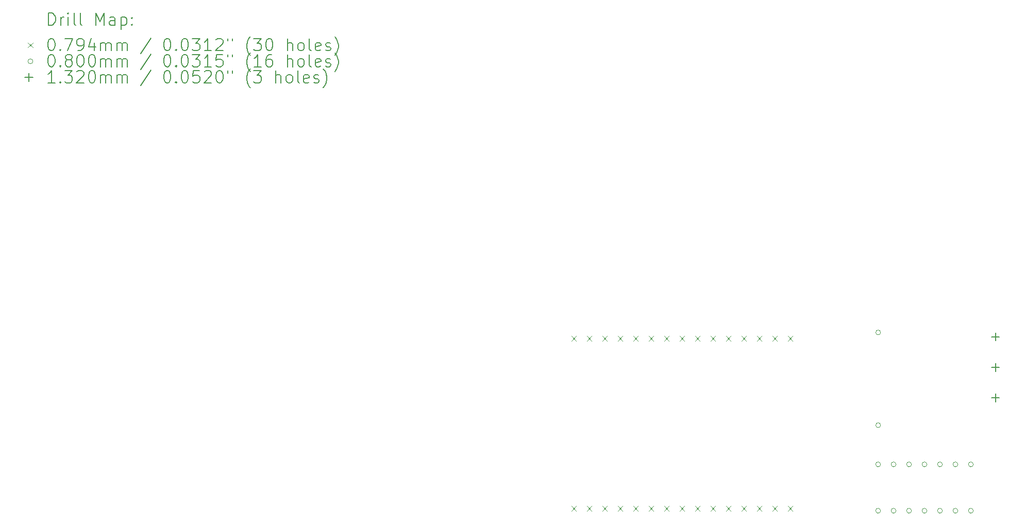
<source format=gbr>
%TF.GenerationSoftware,KiCad,Pcbnew,(6.0.10)*%
%TF.CreationDate,2023-01-27T14:06:15-06:00*%
%TF.ProjectId,H2O-Esquem_tico_JDver2-KiCad,48324f2d-4573-4717-9565-6de17469636f,rev?*%
%TF.SameCoordinates,Original*%
%TF.FileFunction,Drillmap*%
%TF.FilePolarity,Positive*%
%FSLAX45Y45*%
G04 Gerber Fmt 4.5, Leading zero omitted, Abs format (unit mm)*
G04 Created by KiCad (PCBNEW (6.0.10)) date 2023-01-27 14:06:15*
%MOMM*%
%LPD*%
G01*
G04 APERTURE LIST*
%ADD10C,0.200000*%
%ADD11C,0.079375*%
%ADD12C,0.080000*%
%ADD13C,0.132000*%
G04 APERTURE END LIST*
D10*
D11*
X8850313Y-5421313D02*
X8929688Y-5500688D01*
X8929688Y-5421313D02*
X8850313Y-5500688D01*
X8850313Y-8215312D02*
X8929688Y-8294687D01*
X8929688Y-8215312D02*
X8850313Y-8294687D01*
X9104313Y-5421313D02*
X9183688Y-5500688D01*
X9183688Y-5421313D02*
X9104313Y-5500688D01*
X9104313Y-8215312D02*
X9183688Y-8294687D01*
X9183688Y-8215312D02*
X9104313Y-8294687D01*
X9358313Y-5421313D02*
X9437688Y-5500688D01*
X9437688Y-5421313D02*
X9358313Y-5500688D01*
X9358313Y-8215312D02*
X9437688Y-8294687D01*
X9437688Y-8215312D02*
X9358313Y-8294687D01*
X9612313Y-5421313D02*
X9691688Y-5500688D01*
X9691688Y-5421313D02*
X9612313Y-5500688D01*
X9612313Y-8215312D02*
X9691688Y-8294687D01*
X9691688Y-8215312D02*
X9612313Y-8294687D01*
X9866313Y-5421313D02*
X9945688Y-5500688D01*
X9945688Y-5421313D02*
X9866313Y-5500688D01*
X9866313Y-8215312D02*
X9945688Y-8294687D01*
X9945688Y-8215312D02*
X9866313Y-8294687D01*
X10120313Y-5421313D02*
X10199688Y-5500688D01*
X10199688Y-5421313D02*
X10120313Y-5500688D01*
X10120313Y-8215312D02*
X10199688Y-8294687D01*
X10199688Y-8215312D02*
X10120313Y-8294687D01*
X10374313Y-5421313D02*
X10453688Y-5500688D01*
X10453688Y-5421313D02*
X10374313Y-5500688D01*
X10374313Y-8215312D02*
X10453688Y-8294687D01*
X10453688Y-8215312D02*
X10374313Y-8294687D01*
X10628313Y-5421313D02*
X10707688Y-5500688D01*
X10707688Y-5421313D02*
X10628313Y-5500688D01*
X10628313Y-8215312D02*
X10707688Y-8294687D01*
X10707688Y-8215312D02*
X10628313Y-8294687D01*
X10882313Y-5421313D02*
X10961688Y-5500688D01*
X10961688Y-5421313D02*
X10882313Y-5500688D01*
X10882313Y-8215312D02*
X10961688Y-8294687D01*
X10961688Y-8215312D02*
X10882313Y-8294687D01*
X11136313Y-5421313D02*
X11215687Y-5500688D01*
X11215687Y-5421313D02*
X11136313Y-5500688D01*
X11136313Y-8215312D02*
X11215687Y-8294687D01*
X11215687Y-8215312D02*
X11136313Y-8294687D01*
X11390312Y-5421313D02*
X11469687Y-5500688D01*
X11469687Y-5421313D02*
X11390312Y-5500688D01*
X11390312Y-8215312D02*
X11469687Y-8294687D01*
X11469687Y-8215312D02*
X11390312Y-8294687D01*
X11644312Y-5421313D02*
X11723687Y-5500688D01*
X11723687Y-5421313D02*
X11644312Y-5500688D01*
X11644312Y-8215312D02*
X11723687Y-8294687D01*
X11723687Y-8215312D02*
X11644312Y-8294687D01*
X11898312Y-5421313D02*
X11977687Y-5500688D01*
X11977687Y-5421313D02*
X11898312Y-5500688D01*
X11898312Y-8215312D02*
X11977687Y-8294687D01*
X11977687Y-8215312D02*
X11898312Y-8294687D01*
X12152312Y-5421313D02*
X12231687Y-5500688D01*
X12231687Y-5421313D02*
X12152312Y-5500688D01*
X12152312Y-8215312D02*
X12231687Y-8294687D01*
X12231687Y-8215312D02*
X12152312Y-8294687D01*
X12406312Y-5421313D02*
X12485687Y-5500688D01*
X12485687Y-5421313D02*
X12406312Y-5500688D01*
X12406312Y-8215312D02*
X12485687Y-8294687D01*
X12485687Y-8215312D02*
X12406312Y-8294687D01*
D12*
X13927000Y-7530000D02*
G75*
G03*
X13927000Y-7530000I-40000J0D01*
G01*
X13927000Y-8292000D02*
G75*
G03*
X13927000Y-8292000I-40000J0D01*
G01*
X13927500Y-5362000D02*
G75*
G03*
X13927500Y-5362000I-40000J0D01*
G01*
X13927500Y-6886000D02*
G75*
G03*
X13927500Y-6886000I-40000J0D01*
G01*
X14181000Y-7530000D02*
G75*
G03*
X14181000Y-7530000I-40000J0D01*
G01*
X14181000Y-8292000D02*
G75*
G03*
X14181000Y-8292000I-40000J0D01*
G01*
X14435000Y-7530000D02*
G75*
G03*
X14435000Y-7530000I-40000J0D01*
G01*
X14435000Y-8292000D02*
G75*
G03*
X14435000Y-8292000I-40000J0D01*
G01*
X14689000Y-7530000D02*
G75*
G03*
X14689000Y-7530000I-40000J0D01*
G01*
X14689000Y-8292000D02*
G75*
G03*
X14689000Y-8292000I-40000J0D01*
G01*
X14943000Y-7530000D02*
G75*
G03*
X14943000Y-7530000I-40000J0D01*
G01*
X14943000Y-8292000D02*
G75*
G03*
X14943000Y-8292000I-40000J0D01*
G01*
X15197000Y-7530000D02*
G75*
G03*
X15197000Y-7530000I-40000J0D01*
G01*
X15197000Y-8292000D02*
G75*
G03*
X15197000Y-8292000I-40000J0D01*
G01*
X15451000Y-7530000D02*
G75*
G03*
X15451000Y-7530000I-40000J0D01*
G01*
X15451000Y-8292000D02*
G75*
G03*
X15451000Y-8292000I-40000J0D01*
G01*
D13*
X15815500Y-5366000D02*
X15815500Y-5498000D01*
X15749500Y-5432000D02*
X15881500Y-5432000D01*
X15815500Y-5866000D02*
X15815500Y-5998000D01*
X15749500Y-5932000D02*
X15881500Y-5932000D01*
X15815500Y-6366000D02*
X15815500Y-6498000D01*
X15749500Y-6432000D02*
X15881500Y-6432000D01*
D10*
X257619Y-310476D02*
X257619Y-110476D01*
X305238Y-110476D01*
X333810Y-120000D01*
X352857Y-139048D01*
X362381Y-158095D01*
X371905Y-196190D01*
X371905Y-224762D01*
X362381Y-262857D01*
X352857Y-281905D01*
X333810Y-300952D01*
X305238Y-310476D01*
X257619Y-310476D01*
X457619Y-310476D02*
X457619Y-177143D01*
X457619Y-215238D02*
X467143Y-196190D01*
X476667Y-186667D01*
X495714Y-177143D01*
X514762Y-177143D01*
X581429Y-310476D02*
X581429Y-177143D01*
X581429Y-110476D02*
X571905Y-120000D01*
X581429Y-129524D01*
X590952Y-120000D01*
X581429Y-110476D01*
X581429Y-129524D01*
X705238Y-310476D02*
X686190Y-300952D01*
X676667Y-281905D01*
X676667Y-110476D01*
X810000Y-310476D02*
X790952Y-300952D01*
X781428Y-281905D01*
X781428Y-110476D01*
X1038571Y-310476D02*
X1038571Y-110476D01*
X1105238Y-253333D01*
X1171905Y-110476D01*
X1171905Y-310476D01*
X1352857Y-310476D02*
X1352857Y-205714D01*
X1343333Y-186667D01*
X1324286Y-177143D01*
X1286190Y-177143D01*
X1267143Y-186667D01*
X1352857Y-300952D02*
X1333810Y-310476D01*
X1286190Y-310476D01*
X1267143Y-300952D01*
X1257619Y-281905D01*
X1257619Y-262857D01*
X1267143Y-243809D01*
X1286190Y-234286D01*
X1333810Y-234286D01*
X1352857Y-224762D01*
X1448095Y-177143D02*
X1448095Y-377143D01*
X1448095Y-186667D02*
X1467143Y-177143D01*
X1505238Y-177143D01*
X1524286Y-186667D01*
X1533809Y-196190D01*
X1543333Y-215238D01*
X1543333Y-272381D01*
X1533809Y-291429D01*
X1524286Y-300952D01*
X1505238Y-310476D01*
X1467143Y-310476D01*
X1448095Y-300952D01*
X1629048Y-291429D02*
X1638571Y-300952D01*
X1629048Y-310476D01*
X1619524Y-300952D01*
X1629048Y-291429D01*
X1629048Y-310476D01*
X1629048Y-186667D02*
X1638571Y-196190D01*
X1629048Y-205714D01*
X1619524Y-196190D01*
X1629048Y-186667D01*
X1629048Y-205714D01*
D11*
X-79375Y-600313D02*
X0Y-679688D01*
X0Y-600313D02*
X-79375Y-679688D01*
D10*
X295714Y-530476D02*
X314762Y-530476D01*
X333810Y-540000D01*
X343333Y-549524D01*
X352857Y-568571D01*
X362381Y-606667D01*
X362381Y-654286D01*
X352857Y-692381D01*
X343333Y-711428D01*
X333810Y-720952D01*
X314762Y-730476D01*
X295714Y-730476D01*
X276667Y-720952D01*
X267143Y-711428D01*
X257619Y-692381D01*
X248095Y-654286D01*
X248095Y-606667D01*
X257619Y-568571D01*
X267143Y-549524D01*
X276667Y-540000D01*
X295714Y-530476D01*
X448095Y-711428D02*
X457619Y-720952D01*
X448095Y-730476D01*
X438571Y-720952D01*
X448095Y-711428D01*
X448095Y-730476D01*
X524286Y-530476D02*
X657619Y-530476D01*
X571905Y-730476D01*
X743333Y-730476D02*
X781428Y-730476D01*
X800476Y-720952D01*
X810000Y-711428D01*
X829048Y-682857D01*
X838571Y-644762D01*
X838571Y-568571D01*
X829048Y-549524D01*
X819524Y-540000D01*
X800476Y-530476D01*
X762381Y-530476D01*
X743333Y-540000D01*
X733809Y-549524D01*
X724286Y-568571D01*
X724286Y-616190D01*
X733809Y-635238D01*
X743333Y-644762D01*
X762381Y-654286D01*
X800476Y-654286D01*
X819524Y-644762D01*
X829048Y-635238D01*
X838571Y-616190D01*
X1010000Y-597143D02*
X1010000Y-730476D01*
X962381Y-520952D02*
X914762Y-663810D01*
X1038571Y-663810D01*
X1114762Y-730476D02*
X1114762Y-597143D01*
X1114762Y-616190D02*
X1124286Y-606667D01*
X1143333Y-597143D01*
X1171905Y-597143D01*
X1190952Y-606667D01*
X1200476Y-625714D01*
X1200476Y-730476D01*
X1200476Y-625714D02*
X1210000Y-606667D01*
X1229048Y-597143D01*
X1257619Y-597143D01*
X1276667Y-606667D01*
X1286190Y-625714D01*
X1286190Y-730476D01*
X1381429Y-730476D02*
X1381429Y-597143D01*
X1381429Y-616190D02*
X1390952Y-606667D01*
X1410000Y-597143D01*
X1438571Y-597143D01*
X1457619Y-606667D01*
X1467143Y-625714D01*
X1467143Y-730476D01*
X1467143Y-625714D02*
X1476667Y-606667D01*
X1495714Y-597143D01*
X1524286Y-597143D01*
X1543333Y-606667D01*
X1552857Y-625714D01*
X1552857Y-730476D01*
X1943333Y-520952D02*
X1771905Y-778095D01*
X2200476Y-530476D02*
X2219524Y-530476D01*
X2238571Y-540000D01*
X2248095Y-549524D01*
X2257619Y-568571D01*
X2267143Y-606667D01*
X2267143Y-654286D01*
X2257619Y-692381D01*
X2248095Y-711428D01*
X2238571Y-720952D01*
X2219524Y-730476D01*
X2200476Y-730476D01*
X2181429Y-720952D01*
X2171905Y-711428D01*
X2162381Y-692381D01*
X2152857Y-654286D01*
X2152857Y-606667D01*
X2162381Y-568571D01*
X2171905Y-549524D01*
X2181429Y-540000D01*
X2200476Y-530476D01*
X2352857Y-711428D02*
X2362381Y-720952D01*
X2352857Y-730476D01*
X2343333Y-720952D01*
X2352857Y-711428D01*
X2352857Y-730476D01*
X2486190Y-530476D02*
X2505238Y-530476D01*
X2524286Y-540000D01*
X2533810Y-549524D01*
X2543333Y-568571D01*
X2552857Y-606667D01*
X2552857Y-654286D01*
X2543333Y-692381D01*
X2533810Y-711428D01*
X2524286Y-720952D01*
X2505238Y-730476D01*
X2486190Y-730476D01*
X2467143Y-720952D01*
X2457619Y-711428D01*
X2448095Y-692381D01*
X2438571Y-654286D01*
X2438571Y-606667D01*
X2448095Y-568571D01*
X2457619Y-549524D01*
X2467143Y-540000D01*
X2486190Y-530476D01*
X2619524Y-530476D02*
X2743333Y-530476D01*
X2676667Y-606667D01*
X2705238Y-606667D01*
X2724286Y-616190D01*
X2733810Y-625714D01*
X2743333Y-644762D01*
X2743333Y-692381D01*
X2733810Y-711428D01*
X2724286Y-720952D01*
X2705238Y-730476D01*
X2648095Y-730476D01*
X2629048Y-720952D01*
X2619524Y-711428D01*
X2933809Y-730476D02*
X2819524Y-730476D01*
X2876667Y-730476D02*
X2876667Y-530476D01*
X2857619Y-559048D01*
X2838571Y-578095D01*
X2819524Y-587619D01*
X3010000Y-549524D02*
X3019524Y-540000D01*
X3038571Y-530476D01*
X3086190Y-530476D01*
X3105238Y-540000D01*
X3114762Y-549524D01*
X3124286Y-568571D01*
X3124286Y-587619D01*
X3114762Y-616190D01*
X3000476Y-730476D01*
X3124286Y-730476D01*
X3200476Y-530476D02*
X3200476Y-568571D01*
X3276667Y-530476D02*
X3276667Y-568571D01*
X3571905Y-806667D02*
X3562381Y-797143D01*
X3543333Y-768571D01*
X3533809Y-749524D01*
X3524286Y-720952D01*
X3514762Y-673333D01*
X3514762Y-635238D01*
X3524286Y-587619D01*
X3533809Y-559048D01*
X3543333Y-540000D01*
X3562381Y-511428D01*
X3571905Y-501905D01*
X3629048Y-530476D02*
X3752857Y-530476D01*
X3686190Y-606667D01*
X3714762Y-606667D01*
X3733809Y-616190D01*
X3743333Y-625714D01*
X3752857Y-644762D01*
X3752857Y-692381D01*
X3743333Y-711428D01*
X3733809Y-720952D01*
X3714762Y-730476D01*
X3657619Y-730476D01*
X3638571Y-720952D01*
X3629048Y-711428D01*
X3876667Y-530476D02*
X3895714Y-530476D01*
X3914762Y-540000D01*
X3924286Y-549524D01*
X3933809Y-568571D01*
X3943333Y-606667D01*
X3943333Y-654286D01*
X3933809Y-692381D01*
X3924286Y-711428D01*
X3914762Y-720952D01*
X3895714Y-730476D01*
X3876667Y-730476D01*
X3857619Y-720952D01*
X3848095Y-711428D01*
X3838571Y-692381D01*
X3829048Y-654286D01*
X3829048Y-606667D01*
X3838571Y-568571D01*
X3848095Y-549524D01*
X3857619Y-540000D01*
X3876667Y-530476D01*
X4181428Y-730476D02*
X4181428Y-530476D01*
X4267143Y-730476D02*
X4267143Y-625714D01*
X4257619Y-606667D01*
X4238571Y-597143D01*
X4210000Y-597143D01*
X4190952Y-606667D01*
X4181428Y-616190D01*
X4390952Y-730476D02*
X4371905Y-720952D01*
X4362381Y-711428D01*
X4352857Y-692381D01*
X4352857Y-635238D01*
X4362381Y-616190D01*
X4371905Y-606667D01*
X4390952Y-597143D01*
X4419524Y-597143D01*
X4438571Y-606667D01*
X4448095Y-616190D01*
X4457619Y-635238D01*
X4457619Y-692381D01*
X4448095Y-711428D01*
X4438571Y-720952D01*
X4419524Y-730476D01*
X4390952Y-730476D01*
X4571905Y-730476D02*
X4552857Y-720952D01*
X4543333Y-701905D01*
X4543333Y-530476D01*
X4724286Y-720952D02*
X4705238Y-730476D01*
X4667143Y-730476D01*
X4648095Y-720952D01*
X4638571Y-701905D01*
X4638571Y-625714D01*
X4648095Y-606667D01*
X4667143Y-597143D01*
X4705238Y-597143D01*
X4724286Y-606667D01*
X4733810Y-625714D01*
X4733810Y-644762D01*
X4638571Y-663810D01*
X4810000Y-720952D02*
X4829048Y-730476D01*
X4867143Y-730476D01*
X4886190Y-720952D01*
X4895714Y-701905D01*
X4895714Y-692381D01*
X4886190Y-673333D01*
X4867143Y-663810D01*
X4838571Y-663810D01*
X4819524Y-654286D01*
X4810000Y-635238D01*
X4810000Y-625714D01*
X4819524Y-606667D01*
X4838571Y-597143D01*
X4867143Y-597143D01*
X4886190Y-606667D01*
X4962381Y-806667D02*
X4971905Y-797143D01*
X4990952Y-768571D01*
X5000476Y-749524D01*
X5010000Y-720952D01*
X5019524Y-673333D01*
X5019524Y-635238D01*
X5010000Y-587619D01*
X5000476Y-559048D01*
X4990952Y-540000D01*
X4971905Y-511428D01*
X4962381Y-501905D01*
D12*
X0Y-904000D02*
G75*
G03*
X0Y-904000I-40000J0D01*
G01*
D10*
X295714Y-794476D02*
X314762Y-794476D01*
X333810Y-804000D01*
X343333Y-813524D01*
X352857Y-832571D01*
X362381Y-870667D01*
X362381Y-918286D01*
X352857Y-956381D01*
X343333Y-975428D01*
X333810Y-984952D01*
X314762Y-994476D01*
X295714Y-994476D01*
X276667Y-984952D01*
X267143Y-975428D01*
X257619Y-956381D01*
X248095Y-918286D01*
X248095Y-870667D01*
X257619Y-832571D01*
X267143Y-813524D01*
X276667Y-804000D01*
X295714Y-794476D01*
X448095Y-975428D02*
X457619Y-984952D01*
X448095Y-994476D01*
X438571Y-984952D01*
X448095Y-975428D01*
X448095Y-994476D01*
X571905Y-880190D02*
X552857Y-870667D01*
X543333Y-861143D01*
X533810Y-842095D01*
X533810Y-832571D01*
X543333Y-813524D01*
X552857Y-804000D01*
X571905Y-794476D01*
X610000Y-794476D01*
X629048Y-804000D01*
X638571Y-813524D01*
X648095Y-832571D01*
X648095Y-842095D01*
X638571Y-861143D01*
X629048Y-870667D01*
X610000Y-880190D01*
X571905Y-880190D01*
X552857Y-889714D01*
X543333Y-899238D01*
X533810Y-918286D01*
X533810Y-956381D01*
X543333Y-975428D01*
X552857Y-984952D01*
X571905Y-994476D01*
X610000Y-994476D01*
X629048Y-984952D01*
X638571Y-975428D01*
X648095Y-956381D01*
X648095Y-918286D01*
X638571Y-899238D01*
X629048Y-889714D01*
X610000Y-880190D01*
X771905Y-794476D02*
X790952Y-794476D01*
X810000Y-804000D01*
X819524Y-813524D01*
X829048Y-832571D01*
X838571Y-870667D01*
X838571Y-918286D01*
X829048Y-956381D01*
X819524Y-975428D01*
X810000Y-984952D01*
X790952Y-994476D01*
X771905Y-994476D01*
X752857Y-984952D01*
X743333Y-975428D01*
X733809Y-956381D01*
X724286Y-918286D01*
X724286Y-870667D01*
X733809Y-832571D01*
X743333Y-813524D01*
X752857Y-804000D01*
X771905Y-794476D01*
X962381Y-794476D02*
X981428Y-794476D01*
X1000476Y-804000D01*
X1010000Y-813524D01*
X1019524Y-832571D01*
X1029048Y-870667D01*
X1029048Y-918286D01*
X1019524Y-956381D01*
X1010000Y-975428D01*
X1000476Y-984952D01*
X981428Y-994476D01*
X962381Y-994476D01*
X943333Y-984952D01*
X933809Y-975428D01*
X924286Y-956381D01*
X914762Y-918286D01*
X914762Y-870667D01*
X924286Y-832571D01*
X933809Y-813524D01*
X943333Y-804000D01*
X962381Y-794476D01*
X1114762Y-994476D02*
X1114762Y-861143D01*
X1114762Y-880190D02*
X1124286Y-870667D01*
X1143333Y-861143D01*
X1171905Y-861143D01*
X1190952Y-870667D01*
X1200476Y-889714D01*
X1200476Y-994476D01*
X1200476Y-889714D02*
X1210000Y-870667D01*
X1229048Y-861143D01*
X1257619Y-861143D01*
X1276667Y-870667D01*
X1286190Y-889714D01*
X1286190Y-994476D01*
X1381429Y-994476D02*
X1381429Y-861143D01*
X1381429Y-880190D02*
X1390952Y-870667D01*
X1410000Y-861143D01*
X1438571Y-861143D01*
X1457619Y-870667D01*
X1467143Y-889714D01*
X1467143Y-994476D01*
X1467143Y-889714D02*
X1476667Y-870667D01*
X1495714Y-861143D01*
X1524286Y-861143D01*
X1543333Y-870667D01*
X1552857Y-889714D01*
X1552857Y-994476D01*
X1943333Y-784952D02*
X1771905Y-1042095D01*
X2200476Y-794476D02*
X2219524Y-794476D01*
X2238571Y-804000D01*
X2248095Y-813524D01*
X2257619Y-832571D01*
X2267143Y-870667D01*
X2267143Y-918286D01*
X2257619Y-956381D01*
X2248095Y-975428D01*
X2238571Y-984952D01*
X2219524Y-994476D01*
X2200476Y-994476D01*
X2181429Y-984952D01*
X2171905Y-975428D01*
X2162381Y-956381D01*
X2152857Y-918286D01*
X2152857Y-870667D01*
X2162381Y-832571D01*
X2171905Y-813524D01*
X2181429Y-804000D01*
X2200476Y-794476D01*
X2352857Y-975428D02*
X2362381Y-984952D01*
X2352857Y-994476D01*
X2343333Y-984952D01*
X2352857Y-975428D01*
X2352857Y-994476D01*
X2486190Y-794476D02*
X2505238Y-794476D01*
X2524286Y-804000D01*
X2533810Y-813524D01*
X2543333Y-832571D01*
X2552857Y-870667D01*
X2552857Y-918286D01*
X2543333Y-956381D01*
X2533810Y-975428D01*
X2524286Y-984952D01*
X2505238Y-994476D01*
X2486190Y-994476D01*
X2467143Y-984952D01*
X2457619Y-975428D01*
X2448095Y-956381D01*
X2438571Y-918286D01*
X2438571Y-870667D01*
X2448095Y-832571D01*
X2457619Y-813524D01*
X2467143Y-804000D01*
X2486190Y-794476D01*
X2619524Y-794476D02*
X2743333Y-794476D01*
X2676667Y-870667D01*
X2705238Y-870667D01*
X2724286Y-880190D01*
X2733810Y-889714D01*
X2743333Y-908762D01*
X2743333Y-956381D01*
X2733810Y-975428D01*
X2724286Y-984952D01*
X2705238Y-994476D01*
X2648095Y-994476D01*
X2629048Y-984952D01*
X2619524Y-975428D01*
X2933809Y-994476D02*
X2819524Y-994476D01*
X2876667Y-994476D02*
X2876667Y-794476D01*
X2857619Y-823048D01*
X2838571Y-842095D01*
X2819524Y-851619D01*
X3114762Y-794476D02*
X3019524Y-794476D01*
X3010000Y-889714D01*
X3019524Y-880190D01*
X3038571Y-870667D01*
X3086190Y-870667D01*
X3105238Y-880190D01*
X3114762Y-889714D01*
X3124286Y-908762D01*
X3124286Y-956381D01*
X3114762Y-975428D01*
X3105238Y-984952D01*
X3086190Y-994476D01*
X3038571Y-994476D01*
X3019524Y-984952D01*
X3010000Y-975428D01*
X3200476Y-794476D02*
X3200476Y-832571D01*
X3276667Y-794476D02*
X3276667Y-832571D01*
X3571905Y-1070667D02*
X3562381Y-1061143D01*
X3543333Y-1032571D01*
X3533809Y-1013524D01*
X3524286Y-984952D01*
X3514762Y-937333D01*
X3514762Y-899238D01*
X3524286Y-851619D01*
X3533809Y-823048D01*
X3543333Y-804000D01*
X3562381Y-775428D01*
X3571905Y-765905D01*
X3752857Y-994476D02*
X3638571Y-994476D01*
X3695714Y-994476D02*
X3695714Y-794476D01*
X3676667Y-823048D01*
X3657619Y-842095D01*
X3638571Y-851619D01*
X3924286Y-794476D02*
X3886190Y-794476D01*
X3867143Y-804000D01*
X3857619Y-813524D01*
X3838571Y-842095D01*
X3829048Y-880190D01*
X3829048Y-956381D01*
X3838571Y-975428D01*
X3848095Y-984952D01*
X3867143Y-994476D01*
X3905238Y-994476D01*
X3924286Y-984952D01*
X3933809Y-975428D01*
X3943333Y-956381D01*
X3943333Y-908762D01*
X3933809Y-889714D01*
X3924286Y-880190D01*
X3905238Y-870667D01*
X3867143Y-870667D01*
X3848095Y-880190D01*
X3838571Y-889714D01*
X3829048Y-908762D01*
X4181428Y-994476D02*
X4181428Y-794476D01*
X4267143Y-994476D02*
X4267143Y-889714D01*
X4257619Y-870667D01*
X4238571Y-861143D01*
X4210000Y-861143D01*
X4190952Y-870667D01*
X4181428Y-880190D01*
X4390952Y-994476D02*
X4371905Y-984952D01*
X4362381Y-975428D01*
X4352857Y-956381D01*
X4352857Y-899238D01*
X4362381Y-880190D01*
X4371905Y-870667D01*
X4390952Y-861143D01*
X4419524Y-861143D01*
X4438571Y-870667D01*
X4448095Y-880190D01*
X4457619Y-899238D01*
X4457619Y-956381D01*
X4448095Y-975428D01*
X4438571Y-984952D01*
X4419524Y-994476D01*
X4390952Y-994476D01*
X4571905Y-994476D02*
X4552857Y-984952D01*
X4543333Y-965905D01*
X4543333Y-794476D01*
X4724286Y-984952D02*
X4705238Y-994476D01*
X4667143Y-994476D01*
X4648095Y-984952D01*
X4638571Y-965905D01*
X4638571Y-889714D01*
X4648095Y-870667D01*
X4667143Y-861143D01*
X4705238Y-861143D01*
X4724286Y-870667D01*
X4733810Y-889714D01*
X4733810Y-908762D01*
X4638571Y-927809D01*
X4810000Y-984952D02*
X4829048Y-994476D01*
X4867143Y-994476D01*
X4886190Y-984952D01*
X4895714Y-965905D01*
X4895714Y-956381D01*
X4886190Y-937333D01*
X4867143Y-927809D01*
X4838571Y-927809D01*
X4819524Y-918286D01*
X4810000Y-899238D01*
X4810000Y-889714D01*
X4819524Y-870667D01*
X4838571Y-861143D01*
X4867143Y-861143D01*
X4886190Y-870667D01*
X4962381Y-1070667D02*
X4971905Y-1061143D01*
X4990952Y-1032571D01*
X5000476Y-1013524D01*
X5010000Y-984952D01*
X5019524Y-937333D01*
X5019524Y-899238D01*
X5010000Y-851619D01*
X5000476Y-823048D01*
X4990952Y-804000D01*
X4971905Y-775428D01*
X4962381Y-765905D01*
D13*
X-66000Y-1102000D02*
X-66000Y-1234000D01*
X-132000Y-1168000D02*
X0Y-1168000D01*
D10*
X362381Y-1258476D02*
X248095Y-1258476D01*
X305238Y-1258476D02*
X305238Y-1058476D01*
X286190Y-1087048D01*
X267143Y-1106095D01*
X248095Y-1115619D01*
X448095Y-1239429D02*
X457619Y-1248952D01*
X448095Y-1258476D01*
X438571Y-1248952D01*
X448095Y-1239429D01*
X448095Y-1258476D01*
X524286Y-1058476D02*
X648095Y-1058476D01*
X581429Y-1134667D01*
X610000Y-1134667D01*
X629048Y-1144190D01*
X638571Y-1153714D01*
X648095Y-1172762D01*
X648095Y-1220381D01*
X638571Y-1239429D01*
X629048Y-1248952D01*
X610000Y-1258476D01*
X552857Y-1258476D01*
X533810Y-1248952D01*
X524286Y-1239429D01*
X724286Y-1077524D02*
X733809Y-1068000D01*
X752857Y-1058476D01*
X800476Y-1058476D01*
X819524Y-1068000D01*
X829048Y-1077524D01*
X838571Y-1096571D01*
X838571Y-1115619D01*
X829048Y-1144190D01*
X714762Y-1258476D01*
X838571Y-1258476D01*
X962381Y-1058476D02*
X981428Y-1058476D01*
X1000476Y-1068000D01*
X1010000Y-1077524D01*
X1019524Y-1096571D01*
X1029048Y-1134667D01*
X1029048Y-1182286D01*
X1019524Y-1220381D01*
X1010000Y-1239429D01*
X1000476Y-1248952D01*
X981428Y-1258476D01*
X962381Y-1258476D01*
X943333Y-1248952D01*
X933809Y-1239429D01*
X924286Y-1220381D01*
X914762Y-1182286D01*
X914762Y-1134667D01*
X924286Y-1096571D01*
X933809Y-1077524D01*
X943333Y-1068000D01*
X962381Y-1058476D01*
X1114762Y-1258476D02*
X1114762Y-1125143D01*
X1114762Y-1144190D02*
X1124286Y-1134667D01*
X1143333Y-1125143D01*
X1171905Y-1125143D01*
X1190952Y-1134667D01*
X1200476Y-1153714D01*
X1200476Y-1258476D01*
X1200476Y-1153714D02*
X1210000Y-1134667D01*
X1229048Y-1125143D01*
X1257619Y-1125143D01*
X1276667Y-1134667D01*
X1286190Y-1153714D01*
X1286190Y-1258476D01*
X1381429Y-1258476D02*
X1381429Y-1125143D01*
X1381429Y-1144190D02*
X1390952Y-1134667D01*
X1410000Y-1125143D01*
X1438571Y-1125143D01*
X1457619Y-1134667D01*
X1467143Y-1153714D01*
X1467143Y-1258476D01*
X1467143Y-1153714D02*
X1476667Y-1134667D01*
X1495714Y-1125143D01*
X1524286Y-1125143D01*
X1543333Y-1134667D01*
X1552857Y-1153714D01*
X1552857Y-1258476D01*
X1943333Y-1048952D02*
X1771905Y-1306095D01*
X2200476Y-1058476D02*
X2219524Y-1058476D01*
X2238571Y-1068000D01*
X2248095Y-1077524D01*
X2257619Y-1096571D01*
X2267143Y-1134667D01*
X2267143Y-1182286D01*
X2257619Y-1220381D01*
X2248095Y-1239429D01*
X2238571Y-1248952D01*
X2219524Y-1258476D01*
X2200476Y-1258476D01*
X2181429Y-1248952D01*
X2171905Y-1239429D01*
X2162381Y-1220381D01*
X2152857Y-1182286D01*
X2152857Y-1134667D01*
X2162381Y-1096571D01*
X2171905Y-1077524D01*
X2181429Y-1068000D01*
X2200476Y-1058476D01*
X2352857Y-1239429D02*
X2362381Y-1248952D01*
X2352857Y-1258476D01*
X2343333Y-1248952D01*
X2352857Y-1239429D01*
X2352857Y-1258476D01*
X2486190Y-1058476D02*
X2505238Y-1058476D01*
X2524286Y-1068000D01*
X2533810Y-1077524D01*
X2543333Y-1096571D01*
X2552857Y-1134667D01*
X2552857Y-1182286D01*
X2543333Y-1220381D01*
X2533810Y-1239429D01*
X2524286Y-1248952D01*
X2505238Y-1258476D01*
X2486190Y-1258476D01*
X2467143Y-1248952D01*
X2457619Y-1239429D01*
X2448095Y-1220381D01*
X2438571Y-1182286D01*
X2438571Y-1134667D01*
X2448095Y-1096571D01*
X2457619Y-1077524D01*
X2467143Y-1068000D01*
X2486190Y-1058476D01*
X2733810Y-1058476D02*
X2638571Y-1058476D01*
X2629048Y-1153714D01*
X2638571Y-1144190D01*
X2657619Y-1134667D01*
X2705238Y-1134667D01*
X2724286Y-1144190D01*
X2733810Y-1153714D01*
X2743333Y-1172762D01*
X2743333Y-1220381D01*
X2733810Y-1239429D01*
X2724286Y-1248952D01*
X2705238Y-1258476D01*
X2657619Y-1258476D01*
X2638571Y-1248952D01*
X2629048Y-1239429D01*
X2819524Y-1077524D02*
X2829048Y-1068000D01*
X2848095Y-1058476D01*
X2895714Y-1058476D01*
X2914762Y-1068000D01*
X2924286Y-1077524D01*
X2933809Y-1096571D01*
X2933809Y-1115619D01*
X2924286Y-1144190D01*
X2810000Y-1258476D01*
X2933809Y-1258476D01*
X3057619Y-1058476D02*
X3076667Y-1058476D01*
X3095714Y-1068000D01*
X3105238Y-1077524D01*
X3114762Y-1096571D01*
X3124286Y-1134667D01*
X3124286Y-1182286D01*
X3114762Y-1220381D01*
X3105238Y-1239429D01*
X3095714Y-1248952D01*
X3076667Y-1258476D01*
X3057619Y-1258476D01*
X3038571Y-1248952D01*
X3029048Y-1239429D01*
X3019524Y-1220381D01*
X3010000Y-1182286D01*
X3010000Y-1134667D01*
X3019524Y-1096571D01*
X3029048Y-1077524D01*
X3038571Y-1068000D01*
X3057619Y-1058476D01*
X3200476Y-1058476D02*
X3200476Y-1096571D01*
X3276667Y-1058476D02*
X3276667Y-1096571D01*
X3571905Y-1334667D02*
X3562381Y-1325143D01*
X3543333Y-1296571D01*
X3533809Y-1277524D01*
X3524286Y-1248952D01*
X3514762Y-1201333D01*
X3514762Y-1163238D01*
X3524286Y-1115619D01*
X3533809Y-1087048D01*
X3543333Y-1068000D01*
X3562381Y-1039428D01*
X3571905Y-1029905D01*
X3629048Y-1058476D02*
X3752857Y-1058476D01*
X3686190Y-1134667D01*
X3714762Y-1134667D01*
X3733809Y-1144190D01*
X3743333Y-1153714D01*
X3752857Y-1172762D01*
X3752857Y-1220381D01*
X3743333Y-1239429D01*
X3733809Y-1248952D01*
X3714762Y-1258476D01*
X3657619Y-1258476D01*
X3638571Y-1248952D01*
X3629048Y-1239429D01*
X3990952Y-1258476D02*
X3990952Y-1058476D01*
X4076667Y-1258476D02*
X4076667Y-1153714D01*
X4067143Y-1134667D01*
X4048095Y-1125143D01*
X4019524Y-1125143D01*
X4000476Y-1134667D01*
X3990952Y-1144190D01*
X4200476Y-1258476D02*
X4181428Y-1248952D01*
X4171905Y-1239429D01*
X4162381Y-1220381D01*
X4162381Y-1163238D01*
X4171905Y-1144190D01*
X4181428Y-1134667D01*
X4200476Y-1125143D01*
X4229048Y-1125143D01*
X4248095Y-1134667D01*
X4257619Y-1144190D01*
X4267143Y-1163238D01*
X4267143Y-1220381D01*
X4257619Y-1239429D01*
X4248095Y-1248952D01*
X4229048Y-1258476D01*
X4200476Y-1258476D01*
X4381429Y-1258476D02*
X4362381Y-1248952D01*
X4352857Y-1229905D01*
X4352857Y-1058476D01*
X4533810Y-1248952D02*
X4514762Y-1258476D01*
X4476667Y-1258476D01*
X4457619Y-1248952D01*
X4448095Y-1229905D01*
X4448095Y-1153714D01*
X4457619Y-1134667D01*
X4476667Y-1125143D01*
X4514762Y-1125143D01*
X4533810Y-1134667D01*
X4543333Y-1153714D01*
X4543333Y-1172762D01*
X4448095Y-1191810D01*
X4619524Y-1248952D02*
X4638571Y-1258476D01*
X4676667Y-1258476D01*
X4695714Y-1248952D01*
X4705238Y-1229905D01*
X4705238Y-1220381D01*
X4695714Y-1201333D01*
X4676667Y-1191810D01*
X4648095Y-1191810D01*
X4629048Y-1182286D01*
X4619524Y-1163238D01*
X4619524Y-1153714D01*
X4629048Y-1134667D01*
X4648095Y-1125143D01*
X4676667Y-1125143D01*
X4695714Y-1134667D01*
X4771905Y-1334667D02*
X4781429Y-1325143D01*
X4800476Y-1296571D01*
X4810000Y-1277524D01*
X4819524Y-1248952D01*
X4829048Y-1201333D01*
X4829048Y-1163238D01*
X4819524Y-1115619D01*
X4810000Y-1087048D01*
X4800476Y-1068000D01*
X4781429Y-1039428D01*
X4771905Y-1029905D01*
M02*

</source>
